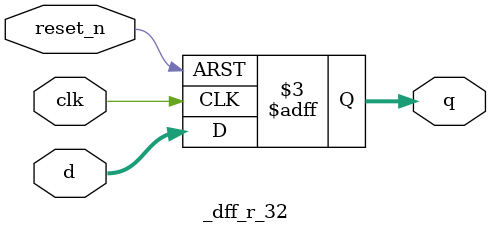
<source format=v>
module _dff_r_32(clk, reset_n, d, q);
	input clk,reset_n;
	input [31:0] d;
	output reg [31:0]q;
	
	// 32 bit flip flop
	always@(posedge clk or negedge reset_n)
	begin
		if(reset_n == 0) q <= 31'b0;
		else q <= d;
	end
endmodule
	
</source>
